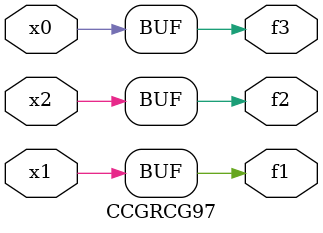
<source format=v>
module CCGRCG97(
	input x0, x1, x2,
	output f1, f2, f3
);
	assign f1 = x1;
	assign f2 = x2;
	assign f3 = x0;
endmodule

</source>
